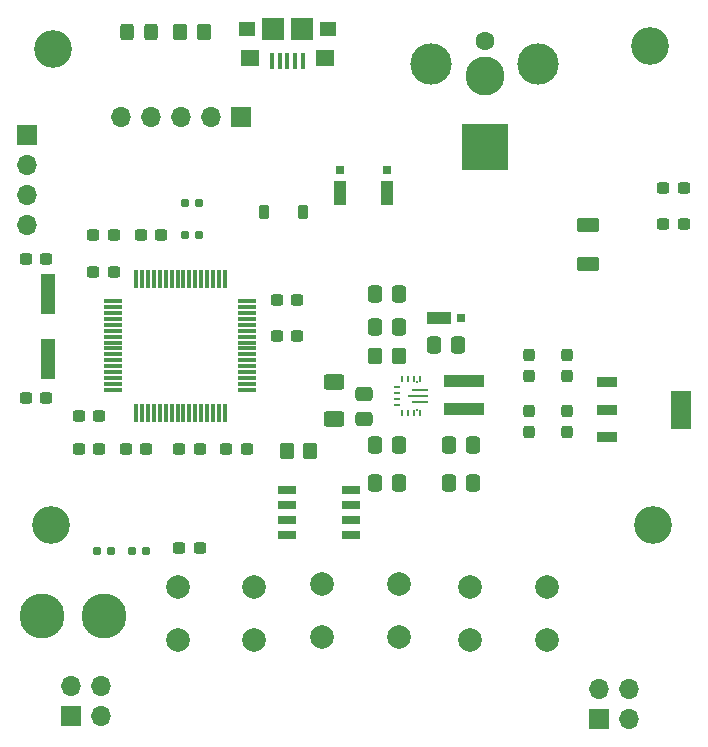
<source format=gbr>
%TF.GenerationSoftware,KiCad,Pcbnew,(7.0.0)*%
%TF.CreationDate,2023-08-10T01:03:11-05:00*%
%TF.ProjectId,Power_Supply,506f7765-725f-4537-9570-706c792e6b69,1*%
%TF.SameCoordinates,Original*%
%TF.FileFunction,Soldermask,Top*%
%TF.FilePolarity,Negative*%
%FSLAX46Y46*%
G04 Gerber Fmt 4.6, Leading zero omitted, Abs format (unit mm)*
G04 Created by KiCad (PCBNEW (7.0.0)) date 2023-08-10 01:03:11*
%MOMM*%
%LPD*%
G01*
G04 APERTURE LIST*
G04 Aperture macros list*
%AMRoundRect*
0 Rectangle with rounded corners*
0 $1 Rounding radius*
0 $2 $3 $4 $5 $6 $7 $8 $9 X,Y pos of 4 corners*
0 Add a 4 corners polygon primitive as box body*
4,1,4,$2,$3,$4,$5,$6,$7,$8,$9,$2,$3,0*
0 Add four circle primitives for the rounded corners*
1,1,$1+$1,$2,$3*
1,1,$1+$1,$4,$5*
1,1,$1+$1,$6,$7*
1,1,$1+$1,$8,$9*
0 Add four rect primitives between the rounded corners*
20,1,$1+$1,$2,$3,$4,$5,0*
20,1,$1+$1,$4,$5,$6,$7,0*
20,1,$1+$1,$6,$7,$8,$9,0*
20,1,$1+$1,$8,$9,$2,$3,0*%
G04 Aperture macros list end*
%ADD10RoundRect,0.250000X0.475000X-0.337500X0.475000X0.337500X-0.475000X0.337500X-0.475000X-0.337500X0*%
%ADD11RoundRect,0.237500X-0.300000X-0.237500X0.300000X-0.237500X0.300000X0.237500X-0.300000X0.237500X0*%
%ADD12R,1.750000X0.950000*%
%ADD13R,1.750000X3.200000*%
%ADD14C,3.200000*%
%ADD15RoundRect,0.250000X0.337500X0.475000X-0.337500X0.475000X-0.337500X-0.475000X0.337500X-0.475000X0*%
%ADD16RoundRect,0.237500X0.237500X-0.300000X0.237500X0.300000X-0.237500X0.300000X-0.237500X-0.300000X0*%
%ADD17RoundRect,0.250000X-0.700000X0.362500X-0.700000X-0.362500X0.700000X-0.362500X0.700000X0.362500X0*%
%ADD18R,0.600000X0.250000*%
%ADD19R,0.250000X0.600000*%
%ADD20R,1.350000X0.250000*%
%ADD21R,1.700000X0.250000*%
%ADD22R,0.250000X0.250000*%
%ADD23RoundRect,0.237500X-0.237500X0.300000X-0.237500X-0.300000X0.237500X-0.300000X0.237500X0.300000X0*%
%ADD24RoundRect,0.225000X0.225000X0.375000X-0.225000X0.375000X-0.225000X-0.375000X0.225000X-0.375000X0*%
%ADD25R,0.400000X1.350000*%
%ADD26R,1.450000X1.300000*%
%ADD27R,1.600000X1.400000*%
%ADD28R,1.900000X1.900000*%
%ADD29RoundRect,0.250000X-0.337500X-0.475000X0.337500X-0.475000X0.337500X0.475000X-0.337500X0.475000X0*%
%ADD30R,1.100000X2.000000*%
%ADD31R,0.800000X0.800000*%
%ADD32R,3.400000X0.980000*%
%ADD33R,2.000000X1.100000*%
%ADD34R,1.700000X1.700000*%
%ADD35O,1.700000X1.700000*%
%ADD36RoundRect,0.250000X-0.350000X-0.450000X0.350000X-0.450000X0.350000X0.450000X-0.350000X0.450000X0*%
%ADD37C,1.600000*%
%ADD38R,4.000000X4.000000*%
%ADD39C,3.300000*%
%ADD40C,3.500000*%
%ADD41RoundRect,0.160000X-0.197500X-0.160000X0.197500X-0.160000X0.197500X0.160000X-0.197500X0.160000X0*%
%ADD42RoundRect,0.250000X0.325000X0.450000X-0.325000X0.450000X-0.325000X-0.450000X0.325000X-0.450000X0*%
%ADD43RoundRect,0.237500X0.300000X0.237500X-0.300000X0.237500X-0.300000X-0.237500X0.300000X-0.237500X0*%
%ADD44RoundRect,0.250000X0.350000X0.450000X-0.350000X0.450000X-0.350000X-0.450000X0.350000X-0.450000X0*%
%ADD45R,1.200000X3.500000*%
%ADD46C,2.600000*%
%ADD47C,3.800000*%
%ADD48C,2.000000*%
%ADD49R,1.525000X0.700000*%
%ADD50RoundRect,0.075000X-0.700000X-0.075000X0.700000X-0.075000X0.700000X0.075000X-0.700000X0.075000X0*%
%ADD51RoundRect,0.075000X-0.075000X-0.700000X0.075000X-0.700000X0.075000X0.700000X-0.075000X0.700000X0*%
%ADD52RoundRect,0.250000X0.625000X-0.400000X0.625000X0.400000X-0.625000X0.400000X-0.625000X-0.400000X0*%
%ADD53RoundRect,0.160000X0.197500X0.160000X-0.197500X0.160000X-0.197500X-0.160000X0.197500X-0.160000X0*%
G04 APERTURE END LIST*
D10*
%TO.C,C4*%
X138250000Y-83287500D03*
X138250000Y-81212500D03*
%TD*%
D11*
%TO.C,C17*%
X126637500Y-85825000D03*
X128362500Y-85825000D03*
%TD*%
D12*
%TO.C,IC3*%
X158849999Y-80199999D03*
X158849999Y-82499999D03*
X158849999Y-84799999D03*
D13*
X165149999Y-82499999D03*
%TD*%
D14*
%TO.C,H3*%
X111750000Y-92250000D03*
%TD*%
D15*
%TO.C,C2*%
X141287500Y-85500000D03*
X139212500Y-85500000D03*
%TD*%
D11*
%TO.C,C11*%
X163637500Y-63750000D03*
X165362500Y-63750000D03*
%TD*%
D16*
%TO.C,C25*%
X155500000Y-84362500D03*
X155500000Y-82637500D03*
%TD*%
D14*
%TO.C,H1*%
X112000000Y-52000000D03*
%TD*%
D17*
%TO.C,FB1*%
X157250000Y-66837500D03*
X157250000Y-70162500D03*
%TD*%
D18*
%TO.C,IC1*%
X141073999Y-80599999D03*
X141073999Y-81099999D03*
X141073999Y-81599999D03*
X141073999Y-82099999D03*
D19*
X141499999Y-82749999D03*
X141999999Y-82749999D03*
X142499999Y-82749999D03*
X142999999Y-82749999D03*
D20*
X142999999Y-81849999D03*
D21*
X142824999Y-81349999D03*
D20*
X142999999Y-80849999D03*
D19*
X142999999Y-79949999D03*
X142499999Y-79949999D03*
X141999999Y-79949999D03*
X141499999Y-79949999D03*
D22*
X142749999Y-80124999D03*
X142749999Y-82574999D03*
%TD*%
D11*
%TO.C,C15*%
X122637500Y-94250000D03*
X124362500Y-94250000D03*
%TD*%
D23*
%TO.C,C27*%
X155500000Y-77887500D03*
X155500000Y-79612500D03*
%TD*%
D11*
%TO.C,C9*%
X114137500Y-83075000D03*
X115862500Y-83075000D03*
%TD*%
D24*
%TO.C,D3*%
X133150000Y-65750000D03*
X129850000Y-65750000D03*
%TD*%
D25*
%TO.C,J2*%
X133099999Y-52974999D03*
X132449999Y-52974999D03*
X131799999Y-52974999D03*
X131149999Y-52974999D03*
X130499999Y-52974999D03*
D26*
X135224999Y-50299999D03*
X128374999Y-50299999D03*
D27*
X134999999Y-52749999D03*
X128599999Y-52749999D03*
D28*
X132999999Y-50299999D03*
X130599999Y-50299999D03*
%TD*%
D29*
%TO.C,C3*%
X145462500Y-88750000D03*
X147537500Y-88750000D03*
%TD*%
D30*
%TO.C,D2*%
X136249999Y-64129999D03*
D31*
X136249999Y-62229999D03*
%TD*%
D32*
%TO.C,L1*%
X146749999Y-82434999D03*
X146749999Y-80064999D03*
%TD*%
D15*
%TO.C,C7*%
X141287500Y-75500000D03*
X139212500Y-75500000D03*
%TD*%
D33*
%TO.C,D5*%
X144619999Y-74749999D03*
D31*
X146519999Y-74749999D03*
%TD*%
D34*
%TO.C,J10*%
X113454999Y-108444999D03*
D35*
X113454999Y-105904999D03*
X115994999Y-108444999D03*
X115994999Y-105904999D03*
%TD*%
D11*
%TO.C,C14*%
X109637500Y-81500000D03*
X111362500Y-81500000D03*
%TD*%
D36*
%TO.C,R4*%
X122750000Y-50500000D03*
X124750000Y-50500000D03*
%TD*%
D16*
%TO.C,C10*%
X152250000Y-84362500D03*
X152250000Y-82637500D03*
%TD*%
D37*
%TO.C,J1*%
X148500000Y-51250000D03*
D38*
X148499999Y-60249999D03*
D39*
X148500000Y-54250000D03*
D40*
X153000000Y-53250000D03*
X144000000Y-53250000D03*
%TD*%
D41*
%TO.C,R5*%
X115652500Y-94500000D03*
X116847500Y-94500000D03*
%TD*%
D42*
%TO.C,D4*%
X120275000Y-50500000D03*
X118225000Y-50500000D03*
%TD*%
D29*
%TO.C,C8*%
X144212500Y-77000000D03*
X146287500Y-77000000D03*
%TD*%
D11*
%TO.C,C18*%
X130887500Y-73250000D03*
X132612500Y-73250000D03*
%TD*%
D43*
%TO.C,C23*%
X119862500Y-85825000D03*
X118137500Y-85825000D03*
%TD*%
D14*
%TO.C,H4*%
X162750000Y-92250000D03*
%TD*%
D11*
%TO.C,C20*%
X119387500Y-67750000D03*
X121112500Y-67750000D03*
%TD*%
D34*
%TO.C,J3*%
X109749999Y-59249999D03*
D35*
X109749999Y-61789999D03*
X109749999Y-64329999D03*
X109749999Y-66869999D03*
%TD*%
D44*
%TO.C,R8*%
X133750000Y-86000000D03*
X131750000Y-86000000D03*
%TD*%
D41*
%TO.C,R7*%
X123152500Y-67750000D03*
X124347500Y-67750000D03*
%TD*%
D11*
%TO.C,C13*%
X109637500Y-69750000D03*
X111362500Y-69750000D03*
%TD*%
D45*
%TO.C,Y1*%
X111499999Y-78249999D03*
X111499999Y-72749999D03*
%TD*%
D46*
%TO.C,H5*%
X111000000Y-100000000D03*
D47*
X111000000Y-100000000D03*
%TD*%
D11*
%TO.C,C24*%
X163637500Y-66750000D03*
X165362500Y-66750000D03*
%TD*%
D36*
%TO.C,R2*%
X139250000Y-78000000D03*
X141250000Y-78000000D03*
%TD*%
D11*
%TO.C,C16*%
X122637500Y-85825000D03*
X124362500Y-85825000D03*
%TD*%
D43*
%TO.C,C21*%
X117112500Y-67750000D03*
X115387500Y-67750000D03*
%TD*%
D30*
%TO.C,D1*%
X140249999Y-64129999D03*
D31*
X140249999Y-62229999D03*
%TD*%
D11*
%TO.C,C12*%
X114137500Y-85825000D03*
X115862500Y-85825000D03*
%TD*%
D29*
%TO.C,C1*%
X145462500Y-85500000D03*
X147537500Y-85500000D03*
%TD*%
D48*
%TO.C,SW1*%
X129000000Y-102000000D03*
X122500000Y-102000000D03*
X129000000Y-97500000D03*
X122500000Y-97500000D03*
%TD*%
D49*
%TO.C,IC2*%
X137211999Y-93154999D03*
X137211999Y-91884999D03*
X137211999Y-90614999D03*
X137211999Y-89344999D03*
X131787999Y-89344999D03*
X131787999Y-90614999D03*
X131787999Y-91884999D03*
X131787999Y-93154999D03*
%TD*%
D15*
%TO.C,C5*%
X141287500Y-88750000D03*
X139212500Y-88750000D03*
%TD*%
%TO.C,C6*%
X141287500Y-72750000D03*
X139212500Y-72750000D03*
%TD*%
D48*
%TO.C,SW3*%
X134750000Y-97250000D03*
X141250000Y-97250000D03*
X134750000Y-101750000D03*
X141250000Y-101750000D03*
%TD*%
D50*
%TO.C,U1*%
X117075000Y-73325000D03*
X117075000Y-73825000D03*
X117075000Y-74325000D03*
X117075000Y-74825000D03*
X117075000Y-75325000D03*
X117075000Y-75825000D03*
X117075000Y-76325000D03*
X117075000Y-76825000D03*
X117075000Y-77325000D03*
X117075000Y-77825000D03*
X117075000Y-78325000D03*
X117075000Y-78825000D03*
X117075000Y-79325000D03*
X117075000Y-79825000D03*
X117075000Y-80325000D03*
X117075000Y-80825000D03*
D51*
X119000000Y-82750000D03*
X119500000Y-82750000D03*
X120000000Y-82750000D03*
X120500000Y-82750000D03*
X121000000Y-82750000D03*
X121500000Y-82750000D03*
X122000000Y-82750000D03*
X122500000Y-82750000D03*
X123000000Y-82750000D03*
X123500000Y-82750000D03*
X124000000Y-82750000D03*
X124500000Y-82750000D03*
X125000000Y-82750000D03*
X125500000Y-82750000D03*
X126000000Y-82750000D03*
X126500000Y-82750000D03*
D50*
X128425000Y-80825000D03*
X128425000Y-80325000D03*
X128425000Y-79825000D03*
X128425000Y-79325000D03*
X128425000Y-78825000D03*
X128425000Y-78325000D03*
X128425000Y-77825000D03*
X128425000Y-77325000D03*
X128425000Y-76825000D03*
X128425000Y-76325000D03*
X128425000Y-75825000D03*
X128425000Y-75325000D03*
X128425000Y-74825000D03*
X128425000Y-74325000D03*
X128425000Y-73825000D03*
X128425000Y-73325000D03*
D51*
X126500000Y-71400000D03*
X126000000Y-71400000D03*
X125500000Y-71400000D03*
X125000000Y-71400000D03*
X124500000Y-71400000D03*
X124000000Y-71400000D03*
X123500000Y-71400000D03*
X123000000Y-71400000D03*
X122500000Y-71400000D03*
X122000000Y-71400000D03*
X121500000Y-71400000D03*
X121000000Y-71400000D03*
X120500000Y-71400000D03*
X120000000Y-71400000D03*
X119500000Y-71400000D03*
X119000000Y-71400000D03*
%TD*%
D48*
%TO.C,SW2*%
X147250000Y-97500000D03*
X153750000Y-97500000D03*
X147250000Y-102000000D03*
X153750000Y-102000000D03*
%TD*%
D46*
%TO.C,H6*%
X116250000Y-100000000D03*
D47*
X116250000Y-100000000D03*
%TD*%
D41*
%TO.C,R3*%
X123152500Y-65000000D03*
X124347500Y-65000000D03*
%TD*%
D52*
%TO.C,R1*%
X135750000Y-83300000D03*
X135750000Y-80200000D03*
%TD*%
D34*
%TO.C,J4*%
X127869999Y-57749999D03*
D35*
X125329999Y-57749999D03*
X122789999Y-57749999D03*
X120249999Y-57749999D03*
X117709999Y-57749999D03*
%TD*%
D23*
%TO.C,C26*%
X152250000Y-77887500D03*
X152250000Y-79612500D03*
%TD*%
D43*
%TO.C,C22*%
X117112500Y-70825000D03*
X115387500Y-70825000D03*
%TD*%
D53*
%TO.C,R6*%
X119847500Y-94500000D03*
X118652500Y-94500000D03*
%TD*%
D34*
%TO.C,J5*%
X158199999Y-108709999D03*
D35*
X158199999Y-106169999D03*
X160739999Y-108709999D03*
X160739999Y-106169999D03*
%TD*%
D11*
%TO.C,C19*%
X130887500Y-76250000D03*
X132612500Y-76250000D03*
%TD*%
D14*
%TO.C,H2*%
X162500000Y-51750000D03*
%TD*%
M02*

</source>
